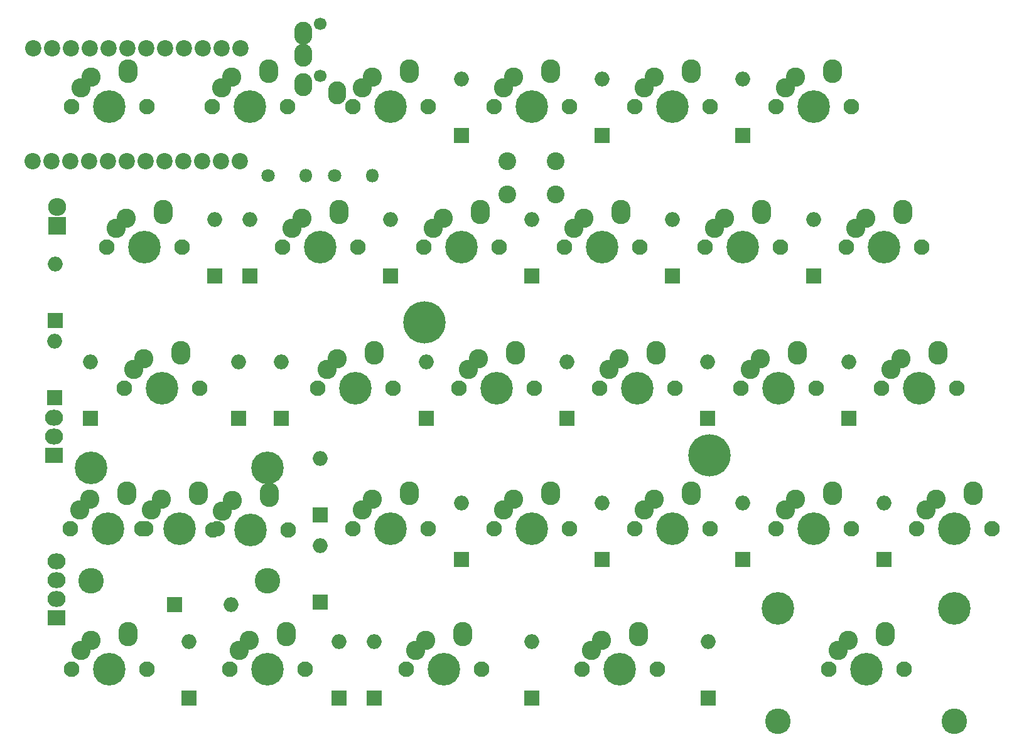
<source format=gts>
G04 #@! TF.GenerationSoftware,KiCad,Pcbnew,(5.1.6)-1*
G04 #@! TF.CreationDate,2020-06-16T23:59:54+01:00*
G04 #@! TF.ProjectId,Mint60,4d696e74-3630-42e6-9b69-6361645f7063,rev?*
G04 #@! TF.SameCoordinates,Original*
G04 #@! TF.FileFunction,Soldermask,Top*
G04 #@! TF.FilePolarity,Negative*
%FSLAX46Y46*%
G04 Gerber Fmt 4.6, Leading zero omitted, Abs format (unit mm)*
G04 Created by KiCad (PCBNEW (5.1.6)-1) date 2020-06-16 23:59:54*
%MOMM*%
%LPD*%
G01*
G04 APERTURE LIST*
%ADD10C,2.600000*%
%ADD11C,4.400000*%
%ADD12C,2.100000*%
%ADD13C,3.450000*%
%ADD14O,2.000000X2.000000*%
%ADD15R,2.000000X2.000000*%
%ADD16C,5.700000*%
%ADD17R,2.432000X2.127200*%
%ADD18O,2.432000X2.127200*%
%ADD19C,2.200000*%
%ADD20C,1.700000*%
%ADD21O,2.400000X3.100000*%
%ADD22R,2.432000X2.432000*%
%ADD23O,2.432000X2.432000*%
%ADD24C,1.800000*%
%ADD25O,1.800000X1.800000*%
%ADD26C,2.400000*%
G04 APERTURE END LIST*
D10*
X51290000Y-44430000D03*
X46290000Y-44930000D03*
D11*
X48750000Y-48875000D03*
D12*
X43670000Y-48875000D03*
X53830000Y-48875000D03*
D10*
X44940000Y-46335000D03*
X51290000Y-43795000D03*
X65590000Y-81970000D03*
X59240000Y-84510000D03*
D12*
X68130000Y-87050000D03*
X57970000Y-87050000D03*
D11*
X63050000Y-87050000D03*
D10*
X60590000Y-83105000D03*
X65590000Y-82605000D03*
X56040000Y-82430000D03*
X49690000Y-84335000D03*
D11*
X53500000Y-86875000D03*
D12*
X48420000Y-86875000D03*
X58580000Y-86875000D03*
D11*
X65400000Y-78635000D03*
X41600000Y-78635000D03*
D13*
X41600000Y-93875000D03*
X65400000Y-93875000D03*
D10*
X56040000Y-81795000D03*
X51040000Y-82930000D03*
X46440000Y-81770000D03*
X40090000Y-84310000D03*
D12*
X48980000Y-86850000D03*
X38820000Y-86850000D03*
D11*
X43900000Y-86850000D03*
D10*
X41440000Y-82905000D03*
X46440000Y-82405000D03*
D14*
X60420000Y-97100000D03*
D15*
X52800000Y-97100000D03*
D16*
X125000000Y-77000000D03*
D17*
X36950000Y-98930000D03*
D18*
X36950000Y-96390000D03*
X36950000Y-93850000D03*
X36950000Y-91310000D03*
D19*
X61690000Y-22030000D03*
X59150000Y-22030000D03*
X56610000Y-22030000D03*
X54070000Y-22030000D03*
X51530000Y-22030000D03*
X48990000Y-22030000D03*
X46450000Y-22030000D03*
X43910000Y-22000000D03*
X41370000Y-22000000D03*
X38830000Y-22000000D03*
X36290000Y-22000000D03*
X33750000Y-22000000D03*
X33690000Y-37240000D03*
X36230000Y-37240000D03*
X38770000Y-37240000D03*
X41310000Y-37240000D03*
X43850000Y-37240000D03*
X46390000Y-37270000D03*
X48930000Y-37270000D03*
X51470000Y-37270000D03*
X54010000Y-37270000D03*
X56550000Y-37270000D03*
X59090000Y-37270000D03*
X61630000Y-37270000D03*
D15*
X36750000Y-58750000D03*
D14*
X36750000Y-51130000D03*
D15*
X58250000Y-52750000D03*
D14*
X58250000Y-45130000D03*
D15*
X63000000Y-52750000D03*
D14*
X63000000Y-45130000D03*
D15*
X91500000Y-33750000D03*
D14*
X91500000Y-26130000D03*
D15*
X110500000Y-33750000D03*
D14*
X110500000Y-26130000D03*
D15*
X129500000Y-33750000D03*
D14*
X129500000Y-26130000D03*
D15*
X36650000Y-69200000D03*
D14*
X36650000Y-61580000D03*
D15*
X61500000Y-72000000D03*
D14*
X61500000Y-64380000D03*
D15*
X82000000Y-52750000D03*
D14*
X82000000Y-45130000D03*
D15*
X101000000Y-52750000D03*
D14*
X101000000Y-45130000D03*
D15*
X120000000Y-52750000D03*
D14*
X120000000Y-45130000D03*
D15*
X139000000Y-52750000D03*
D14*
X139000000Y-45130000D03*
D15*
X41500000Y-72000000D03*
D14*
X41500000Y-64380000D03*
D15*
X67250000Y-72000000D03*
D14*
X67250000Y-64380000D03*
D15*
X86750000Y-72000000D03*
D14*
X86750000Y-64380000D03*
D15*
X105750000Y-72000000D03*
D14*
X105750000Y-64380000D03*
D15*
X124750000Y-72000000D03*
D14*
X124750000Y-64380000D03*
D15*
X143750000Y-72000000D03*
D14*
X143750000Y-64380000D03*
D15*
X72500000Y-96750000D03*
D14*
X72500000Y-89130000D03*
D15*
X72500000Y-85000000D03*
D14*
X72500000Y-77380000D03*
D15*
X91500000Y-91000000D03*
D14*
X91500000Y-83380000D03*
D15*
X110500000Y-91000000D03*
D14*
X110500000Y-83380000D03*
D15*
X129500000Y-91000000D03*
D14*
X129500000Y-83380000D03*
D15*
X148500000Y-91000000D03*
D14*
X148500000Y-83380000D03*
D15*
X54750000Y-109750000D03*
D14*
X54750000Y-102130000D03*
D15*
X75000000Y-109750000D03*
D14*
X75000000Y-102130000D03*
D15*
X79750000Y-109750000D03*
D14*
X79750000Y-102130000D03*
D15*
X101000000Y-109750000D03*
D14*
X101000000Y-102130000D03*
D15*
X124800000Y-109750000D03*
D14*
X124800000Y-102130000D03*
D20*
X72500000Y-18750000D03*
X72500000Y-25750000D03*
D21*
X74800000Y-28050000D03*
X70200000Y-26950000D03*
X70200000Y-19950000D03*
X70200000Y-22950000D03*
D17*
X36600000Y-76940000D03*
D18*
X36600000Y-74400000D03*
X36600000Y-71860000D03*
D22*
X37000000Y-46000000D03*
D23*
X37000000Y-43460000D03*
D24*
X74420000Y-39250000D03*
D25*
X79500000Y-39250000D03*
D24*
X65420000Y-39250000D03*
D25*
X70500000Y-39250000D03*
D10*
X46540000Y-25430000D03*
X41540000Y-25930000D03*
D11*
X44000000Y-29875000D03*
D12*
X38920000Y-29875000D03*
X49080000Y-29875000D03*
D10*
X40190000Y-27335000D03*
X46540000Y-24795000D03*
X65540000Y-25430000D03*
X60540000Y-25930000D03*
D11*
X63000000Y-29875000D03*
D12*
X57920000Y-29875000D03*
X68080000Y-29875000D03*
D10*
X59190000Y-27335000D03*
X65540000Y-24795000D03*
X84540000Y-25430000D03*
X79540000Y-25930000D03*
D11*
X82000000Y-29875000D03*
D12*
X76920000Y-29875000D03*
X87080000Y-29875000D03*
D10*
X78190000Y-27335000D03*
X84540000Y-24795000D03*
X103540000Y-25430000D03*
X98540000Y-25930000D03*
D11*
X101000000Y-29875000D03*
D12*
X95920000Y-29875000D03*
X106080000Y-29875000D03*
D10*
X97190000Y-27335000D03*
X103540000Y-24795000D03*
X122540000Y-25430000D03*
X117540000Y-25930000D03*
D11*
X120000000Y-29875000D03*
D12*
X114920000Y-29875000D03*
X125080000Y-29875000D03*
D10*
X116190000Y-27335000D03*
X122540000Y-24795000D03*
X141540000Y-25430000D03*
X136540000Y-25930000D03*
D11*
X139000000Y-29875000D03*
D12*
X133920000Y-29875000D03*
X144080000Y-29875000D03*
D10*
X135190000Y-27335000D03*
X141540000Y-24795000D03*
X75040000Y-44430000D03*
X70040000Y-44930000D03*
D11*
X72500000Y-48875000D03*
D12*
X67420000Y-48875000D03*
X77580000Y-48875000D03*
D10*
X68690000Y-46335000D03*
X75040000Y-43795000D03*
X94040000Y-44430000D03*
X89040000Y-44930000D03*
D11*
X91500000Y-48875000D03*
D12*
X86420000Y-48875000D03*
X96580000Y-48875000D03*
D10*
X87690000Y-46335000D03*
X94040000Y-43795000D03*
X113040000Y-44430000D03*
X108040000Y-44930000D03*
D11*
X110500000Y-48875000D03*
D12*
X105420000Y-48875000D03*
X115580000Y-48875000D03*
D10*
X106690000Y-46335000D03*
X113040000Y-43795000D03*
X132040000Y-44430000D03*
X127040000Y-44930000D03*
D11*
X129500000Y-48875000D03*
D12*
X124420000Y-48875000D03*
X134580000Y-48875000D03*
D10*
X125690000Y-46335000D03*
X132040000Y-43795000D03*
X151040000Y-44430000D03*
X146040000Y-44930000D03*
D11*
X148500000Y-48875000D03*
D12*
X143420000Y-48875000D03*
X153580000Y-48875000D03*
D10*
X144690000Y-46335000D03*
X151040000Y-43795000D03*
X53665000Y-63430000D03*
X48665000Y-63930000D03*
D11*
X51125000Y-67875000D03*
D12*
X46045000Y-67875000D03*
X56205000Y-67875000D03*
D10*
X47315000Y-65335000D03*
X53665000Y-62795000D03*
X79790000Y-63430000D03*
X74790000Y-63930000D03*
D11*
X77250000Y-67875000D03*
D12*
X72170000Y-67875000D03*
X82330000Y-67875000D03*
D10*
X73440000Y-65335000D03*
X79790000Y-62795000D03*
X98790000Y-63430000D03*
X93790000Y-63930000D03*
D11*
X96250000Y-67875000D03*
D12*
X91170000Y-67875000D03*
X101330000Y-67875000D03*
D10*
X92440000Y-65335000D03*
X98790000Y-62795000D03*
X117790000Y-63430000D03*
X112790000Y-63930000D03*
D11*
X115250000Y-67875000D03*
D12*
X110170000Y-67875000D03*
X120330000Y-67875000D03*
D10*
X111440000Y-65335000D03*
X117790000Y-62795000D03*
X136790000Y-63430000D03*
X131790000Y-63930000D03*
D11*
X134250000Y-67875000D03*
D12*
X129170000Y-67875000D03*
X139330000Y-67875000D03*
D10*
X130440000Y-65335000D03*
X136790000Y-62795000D03*
X155790000Y-63430000D03*
X150790000Y-63930000D03*
D11*
X153250000Y-67875000D03*
D12*
X148170000Y-67875000D03*
X158330000Y-67875000D03*
D10*
X149440000Y-65335000D03*
X155790000Y-62795000D03*
X84540000Y-82430000D03*
X79540000Y-82930000D03*
D11*
X82000000Y-86875000D03*
D12*
X76920000Y-86875000D03*
X87080000Y-86875000D03*
D10*
X78190000Y-84335000D03*
X84540000Y-81795000D03*
X103540000Y-82430000D03*
X98540000Y-82930000D03*
D11*
X101000000Y-86875000D03*
D12*
X95920000Y-86875000D03*
X106080000Y-86875000D03*
D10*
X97190000Y-84335000D03*
X103540000Y-81795000D03*
X122540000Y-82430000D03*
X117540000Y-82930000D03*
D11*
X120000000Y-86875000D03*
D12*
X114920000Y-86875000D03*
X125080000Y-86875000D03*
D10*
X116190000Y-84335000D03*
X122540000Y-81795000D03*
X141540000Y-82430000D03*
X136540000Y-82930000D03*
D11*
X139000000Y-86875000D03*
D12*
X133920000Y-86875000D03*
X144080000Y-86875000D03*
D10*
X135190000Y-84335000D03*
X141540000Y-81795000D03*
X160540000Y-82430000D03*
X155540000Y-82930000D03*
D11*
X158000000Y-86875000D03*
D12*
X152920000Y-86875000D03*
X163080000Y-86875000D03*
D10*
X154190000Y-84335000D03*
X160540000Y-81795000D03*
X46540000Y-101430000D03*
X41540000Y-101930000D03*
D11*
X44000000Y-105875000D03*
D12*
X38920000Y-105875000D03*
X49080000Y-105875000D03*
D10*
X40190000Y-103335000D03*
X46540000Y-100795000D03*
X67915000Y-101430000D03*
X62915000Y-101930000D03*
D11*
X65375000Y-105875000D03*
D12*
X60295000Y-105875000D03*
X70455000Y-105875000D03*
D10*
X61565000Y-103335000D03*
X67915000Y-100795000D03*
X91665000Y-101430000D03*
X86665000Y-101930000D03*
D11*
X89125000Y-105875000D03*
D12*
X84045000Y-105875000D03*
X94205000Y-105875000D03*
D10*
X85315000Y-103335000D03*
X91665000Y-100795000D03*
X115415000Y-101430000D03*
X110415000Y-101930000D03*
D11*
X112875000Y-105875000D03*
D12*
X107795000Y-105875000D03*
X117955000Y-105875000D03*
D10*
X109065000Y-103335000D03*
X115415000Y-100795000D03*
D26*
X104250000Y-41750000D03*
X104250000Y-37250000D03*
X97750000Y-41750000D03*
X97750000Y-37250000D03*
D10*
X148665000Y-101430000D03*
X142315000Y-103335000D03*
D11*
X146125000Y-105875000D03*
D12*
X141045000Y-105875000D03*
X151205000Y-105875000D03*
D11*
X158025000Y-97635000D03*
X134225000Y-97635000D03*
D13*
X134225000Y-112875000D03*
X158025000Y-112875000D03*
D10*
X148665000Y-100795000D03*
X143665000Y-101930000D03*
D16*
X86500000Y-59000000D03*
M02*

</source>
